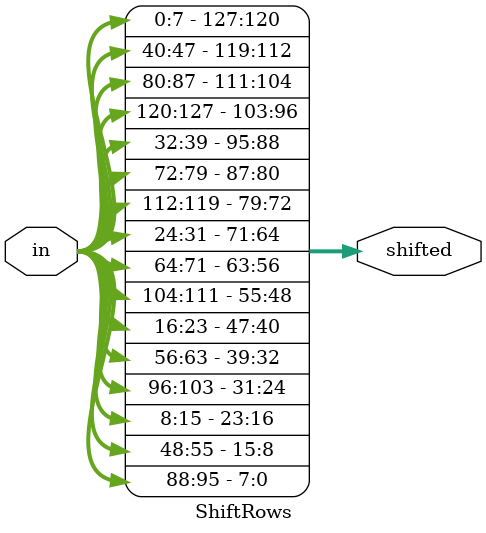
<source format=v>
module ShiftRows
#
(
parameter DATA_W = 128            //data width
)
(
    input [0:DATA_W-1] in,
    output [0:DATA_W-1] shifted
);
    // (r = 0), << 0
    assign shifted[0:7] = in[0:7];
    assign shifted[32:39] = in[32:39];
    assign shifted[64:71] = in[64:71];
    assign shifted[96:103] = in[96:103];

    // (r = 1), << 1
    assign shifted[8:15] = in[40:47];
    assign shifted[40:47] = in[72:79];
    assign shifted[72:79] = in[104:111];
    assign shifted[104:111] = in[8:15];

    // (r = 2), << 2
    assign shifted[16:23] = in[80:87];
    assign shifted[48:55] = in[112:119];
    assign shifted[80:87] = in[16:23];
    assign shifted[112:119] = in[48:55];

    // (r = 3), << 3
    assign shifted[24:31] = in[120:127];
    assign shifted[56:63] = in[24:31];
    assign shifted[88:95] = in[56:63];
    assign shifted[120:127] = in[88:95];
endmodule

</source>
